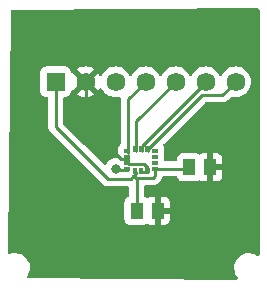
<source format=gtl>
G04 #@! TF.GenerationSoftware,KiCad,Pcbnew,7.0.10*
G04 #@! TF.CreationDate,2024-03-13T20:42:49-05:00*
G04 #@! TF.ProjectId,445_Left_Forearm,3434355f-4c65-4667-945f-466f72656172,rev?*
G04 #@! TF.SameCoordinates,Original*
G04 #@! TF.FileFunction,Copper,L1,Top*
G04 #@! TF.FilePolarity,Positive*
%FSLAX46Y46*%
G04 Gerber Fmt 4.6, Leading zero omitted, Abs format (unit mm)*
G04 Created by KiCad (PCBNEW 7.0.10) date 2024-03-13 20:42:49*
%MOMM*%
%LPD*%
G01*
G04 APERTURE LIST*
G04 #@! TA.AperFunction,SMDPad,CuDef*
%ADD10R,1.050000X1.380000*%
G04 #@! TD*
G04 #@! TA.AperFunction,ComponentPad*
%ADD11R,1.590000X1.590000*%
G04 #@! TD*
G04 #@! TA.AperFunction,ComponentPad*
%ADD12C,1.590000*%
G04 #@! TD*
G04 #@! TA.AperFunction,SMDPad,CuDef*
%ADD13R,0.600000X0.350000*%
G04 #@! TD*
G04 #@! TA.AperFunction,SMDPad,CuDef*
%ADD14R,0.350000X0.600000*%
G04 #@! TD*
G04 #@! TA.AperFunction,ViaPad*
%ADD15C,0.800000*%
G04 #@! TD*
G04 #@! TA.AperFunction,Conductor*
%ADD16C,0.250000*%
G04 #@! TD*
G04 APERTURE END LIST*
D10*
X149861000Y-94488000D03*
X148081000Y-94488000D03*
D11*
X141224000Y-83566000D03*
D12*
X143764000Y-83566000D03*
X146304000Y-83566000D03*
X148844000Y-83566000D03*
X151384000Y-83566000D03*
X153924000Y-83566000D03*
X156464000Y-83566000D03*
D10*
X152526000Y-90805000D03*
X154306000Y-90805000D03*
D13*
X147303000Y-89420000D03*
X147303000Y-89920000D03*
X147303000Y-90420000D03*
X147303000Y-90920000D03*
D14*
X147963000Y-91080000D03*
X148463000Y-91080000D03*
X148963000Y-91080000D03*
D13*
X149623000Y-90920000D03*
X149623000Y-90420000D03*
X149623000Y-89920000D03*
X149623000Y-89420000D03*
D14*
X148963000Y-89260000D03*
X148463000Y-89260000D03*
X147963000Y-89260000D03*
D15*
X146304000Y-90932000D03*
D16*
X147963000Y-91694000D02*
X147974000Y-91705000D01*
X149623000Y-90920000D02*
X152411000Y-90920000D01*
X149623000Y-91545000D02*
X149623000Y-90920000D01*
X147818750Y-91557750D02*
X148023500Y-91353000D01*
X141224000Y-87376000D02*
X145626000Y-91778000D01*
X149463000Y-91705000D02*
X149623000Y-91545000D01*
X147963000Y-91080000D02*
X147963000Y-91694000D01*
X152411000Y-90920000D02*
X152526000Y-90805000D01*
X148023500Y-91353000D02*
X148023500Y-91228000D01*
X147598500Y-91778000D02*
X147818750Y-91557750D01*
X147974000Y-91705000D02*
X149463000Y-91705000D01*
X148081000Y-91820000D02*
X148081000Y-94488000D01*
X141224000Y-83566000D02*
X141224000Y-87376000D01*
X145626000Y-91778000D02*
X147598500Y-91778000D01*
X147818750Y-91557750D02*
X148081000Y-91820000D01*
X146738500Y-90068000D02*
X147363500Y-90068000D01*
X149023500Y-90857500D02*
X149023500Y-91228000D01*
X147363500Y-90068000D02*
X147363500Y-90568000D01*
X143764000Y-83566000D02*
X143764000Y-87093500D01*
X148734000Y-90568000D02*
X149023500Y-90857500D01*
X143764000Y-87093500D02*
X146738500Y-90068000D01*
X147363500Y-90568000D02*
X148734000Y-90568000D01*
X149023500Y-91228000D02*
X148523500Y-91228000D01*
X146304000Y-90932000D02*
X146440000Y-91068000D01*
X146440000Y-91068000D02*
X147363500Y-91068000D01*
X147363500Y-85046500D02*
X147363500Y-89568000D01*
X148844000Y-83566000D02*
X147363500Y-85046500D01*
X148023500Y-86926500D02*
X148023500Y-89408000D01*
X151384000Y-83566000D02*
X148023500Y-86926500D01*
X148523500Y-88966500D02*
X148523500Y-89408000D01*
X153924000Y-83566000D02*
X148523500Y-88966500D01*
X153620500Y-84686000D02*
X149023500Y-89283000D01*
X155344000Y-84686000D02*
X153620500Y-84686000D01*
X156464000Y-83566000D02*
X155344000Y-84686000D01*
X149023500Y-89283000D02*
X149023500Y-89408000D01*
G04 #@! TA.AperFunction,Conductor*
G36*
X144839435Y-84287882D02*
G01*
X144889786Y-84215973D01*
X144921341Y-84148304D01*
X144967513Y-84095865D01*
X145034707Y-84076712D01*
X145101588Y-84096927D01*
X145146106Y-84148304D01*
X145177776Y-84216221D01*
X145177780Y-84216229D01*
X145307794Y-84401908D01*
X145307799Y-84401914D01*
X145468085Y-84562200D01*
X145468091Y-84562205D01*
X145653770Y-84692219D01*
X145653772Y-84692220D01*
X145653775Y-84692222D01*
X145777375Y-84749857D01*
X145859213Y-84788019D01*
X145859215Y-84788019D01*
X145859220Y-84788022D01*
X145859225Y-84788023D01*
X145859227Y-84788024D01*
X145911924Y-84802144D01*
X146078179Y-84846692D01*
X146254394Y-84862109D01*
X146303999Y-84866449D01*
X146304000Y-84866449D01*
X146304001Y-84866449D01*
X146353606Y-84862109D01*
X146529821Y-84846692D01*
X146582845Y-84832484D01*
X146652693Y-84834147D01*
X146710555Y-84873309D01*
X146738060Y-84937537D01*
X146737987Y-84959680D01*
X146738000Y-84959680D01*
X146738000Y-84987516D01*
X146736473Y-85006915D01*
X146733340Y-85026694D01*
X146733340Y-85026695D01*
X146737450Y-85070174D01*
X146738000Y-85081843D01*
X146738000Y-88756104D01*
X146718315Y-88823143D01*
X146688312Y-88855370D01*
X146645452Y-88887455D01*
X146559206Y-89002664D01*
X146559202Y-89002671D01*
X146508910Y-89137513D01*
X146508909Y-89137517D01*
X146502500Y-89197127D01*
X146502500Y-89197134D01*
X146502500Y-89197135D01*
X146502500Y-89642868D01*
X146502501Y-89642881D01*
X146504244Y-89659092D01*
X146504244Y-89685594D01*
X146503000Y-89697162D01*
X146503000Y-89745000D01*
X146518639Y-89760639D01*
X146547140Y-89804987D01*
X146559202Y-89837328D01*
X146559205Y-89837333D01*
X146564650Y-89844607D01*
X146589065Y-89910072D01*
X146574212Y-89978344D01*
X146524805Y-90027749D01*
X146456532Y-90042599D01*
X146439601Y-90040205D01*
X146398646Y-90031500D01*
X146209354Y-90031500D01*
X146176897Y-90038398D01*
X146024197Y-90070855D01*
X146024192Y-90070857D01*
X145851270Y-90147848D01*
X145851265Y-90147851D01*
X145698129Y-90259111D01*
X145571465Y-90399785D01*
X145491547Y-90538208D01*
X145440980Y-90586424D01*
X145372373Y-90599646D01*
X145307508Y-90573678D01*
X145296479Y-90563889D01*
X143633248Y-88900658D01*
X141885819Y-87153228D01*
X141852334Y-87091905D01*
X141849500Y-87065547D01*
X141849500Y-84985499D01*
X141869185Y-84918460D01*
X141921989Y-84872705D01*
X141973500Y-84861499D01*
X142066871Y-84861499D01*
X142066872Y-84861499D01*
X142126483Y-84855091D01*
X142261331Y-84804796D01*
X142376546Y-84718546D01*
X142462796Y-84603331D01*
X142513091Y-84468483D01*
X142519500Y-84408873D01*
X142519499Y-84408441D01*
X142519527Y-84408347D01*
X142519678Y-84405547D01*
X142520338Y-84405582D01*
X142539166Y-84341400D01*
X142591958Y-84295631D01*
X142654308Y-84284884D01*
X142688564Y-84287881D01*
X143254982Y-83721463D01*
X143259906Y-83745155D01*
X143326935Y-83874514D01*
X143426379Y-83980992D01*
X143550862Y-84056692D01*
X143610227Y-84073325D01*
X143042116Y-84641435D01*
X143042116Y-84641436D01*
X143114025Y-84691786D01*
X143114027Y-84691787D01*
X143319390Y-84787549D01*
X143319399Y-84787553D01*
X143538261Y-84846196D01*
X143538272Y-84846198D01*
X143763998Y-84865947D01*
X143764002Y-84865947D01*
X143989727Y-84846198D01*
X143989738Y-84846196D01*
X144208600Y-84787553D01*
X144208609Y-84787549D01*
X144413971Y-84691788D01*
X144485882Y-84641435D01*
X143920366Y-84075918D01*
X144041969Y-84023100D01*
X144154985Y-83931154D01*
X144239003Y-83812127D01*
X144271694Y-83720141D01*
X144839435Y-84287882D01*
G37*
G04 #@! TD.AperFunction*
G04 #@! TA.AperFunction,Conductor*
G36*
X158438410Y-77363032D02*
G01*
X158484482Y-77415559D01*
X158496000Y-77467749D01*
X158496000Y-98169922D01*
X158476315Y-98236961D01*
X158423511Y-98282716D01*
X158354353Y-98292660D01*
X158308401Y-98276370D01*
X158151768Y-98182787D01*
X158151766Y-98182786D01*
X158151764Y-98182785D01*
X158035867Y-98139288D01*
X157941023Y-98103692D01*
X157719550Y-98063500D01*
X157719547Y-98063500D01*
X157550845Y-98063500D01*
X157512399Y-98066960D01*
X157382813Y-98078622D01*
X157382807Y-98078623D01*
X157165839Y-98138503D01*
X157165826Y-98138508D01*
X156963033Y-98236167D01*
X156963025Y-98236171D01*
X156780927Y-98368473D01*
X156780925Y-98368474D01*
X156625366Y-98531176D01*
X156501363Y-98719033D01*
X156412899Y-98926004D01*
X156412895Y-98926017D01*
X156362810Y-99145457D01*
X156362808Y-99145468D01*
X156355235Y-99314105D01*
X156352710Y-99370330D01*
X156382925Y-99593387D01*
X156382926Y-99593390D01*
X156452483Y-99807465D01*
X156559146Y-100005678D01*
X156559148Y-100005681D01*
X156648007Y-100117106D01*
X156674415Y-100181793D01*
X156661660Y-100250488D01*
X156613789Y-100301382D01*
X156550322Y-100318417D01*
X138929286Y-100213530D01*
X138862365Y-100193447D01*
X138816925Y-100140371D01*
X138807393Y-100071155D01*
X138826535Y-100021224D01*
X138900635Y-99908968D01*
X138989103Y-99701988D01*
X139039191Y-99482537D01*
X139049290Y-99257670D01*
X139019075Y-99034613D01*
X138949517Y-98820536D01*
X138842852Y-98622319D01*
X138702508Y-98446334D01*
X138532996Y-98298235D01*
X138339764Y-98182785D01*
X138223867Y-98139288D01*
X138129023Y-98103692D01*
X137907550Y-98063500D01*
X137907547Y-98063500D01*
X137738845Y-98063500D01*
X137700399Y-98066960D01*
X137570813Y-98078622D01*
X137570807Y-98078623D01*
X137353823Y-98138508D01*
X137351927Y-98139220D01*
X137350997Y-98139288D01*
X137348462Y-98139988D01*
X137348323Y-98139484D01*
X137282246Y-98144343D01*
X137220856Y-98110980D01*
X137187249Y-98049724D01*
X137184371Y-98021745D01*
X137336470Y-84408870D01*
X139928500Y-84408870D01*
X139928501Y-84408876D01*
X139934908Y-84468483D01*
X139985202Y-84603328D01*
X139985206Y-84603335D01*
X140071452Y-84718544D01*
X140071455Y-84718547D01*
X140186664Y-84804793D01*
X140186671Y-84804797D01*
X140202517Y-84810707D01*
X140321517Y-84855091D01*
X140381127Y-84861500D01*
X140474500Y-84861499D01*
X140541538Y-84881183D01*
X140587294Y-84933986D01*
X140598500Y-84985499D01*
X140598500Y-87293255D01*
X140596775Y-87308872D01*
X140597061Y-87308899D01*
X140596326Y-87316665D01*
X140598439Y-87383872D01*
X140598500Y-87387767D01*
X140598500Y-87415357D01*
X140599003Y-87419335D01*
X140599918Y-87430967D01*
X140601290Y-87474624D01*
X140601291Y-87474627D01*
X140606880Y-87493867D01*
X140610824Y-87512911D01*
X140613336Y-87532792D01*
X140629414Y-87573403D01*
X140633197Y-87584452D01*
X140645381Y-87626388D01*
X140655580Y-87643634D01*
X140664138Y-87661103D01*
X140671514Y-87679732D01*
X140697181Y-87715060D01*
X140703593Y-87724821D01*
X140725828Y-87762417D01*
X140725833Y-87762424D01*
X140739990Y-87776580D01*
X140752628Y-87791376D01*
X140764405Y-87807586D01*
X140764406Y-87807587D01*
X140798057Y-87835425D01*
X140806698Y-87843288D01*
X145125197Y-92161788D01*
X145135022Y-92174051D01*
X145135243Y-92173869D01*
X145140211Y-92179874D01*
X145140213Y-92179876D01*
X145140214Y-92179877D01*
X145189222Y-92225899D01*
X145192021Y-92228612D01*
X145211522Y-92248114D01*
X145211526Y-92248117D01*
X145211529Y-92248120D01*
X145214702Y-92250581D01*
X145223574Y-92258159D01*
X145255418Y-92288062D01*
X145272976Y-92297714D01*
X145289235Y-92308395D01*
X145305064Y-92320673D01*
X145345155Y-92338021D01*
X145355626Y-92343151D01*
X145378180Y-92355550D01*
X145393902Y-92364194D01*
X145393904Y-92364195D01*
X145393908Y-92364197D01*
X145413316Y-92369180D01*
X145431719Y-92375481D01*
X145450101Y-92383436D01*
X145450102Y-92383436D01*
X145450104Y-92383437D01*
X145493250Y-92390270D01*
X145504672Y-92392636D01*
X145546981Y-92403500D01*
X145567016Y-92403500D01*
X145586414Y-92405026D01*
X145606194Y-92408159D01*
X145606195Y-92408160D01*
X145606195Y-92408159D01*
X145606196Y-92408160D01*
X145649675Y-92404050D01*
X145661344Y-92403500D01*
X147331500Y-92403500D01*
X147398539Y-92423185D01*
X147444294Y-92475989D01*
X147455500Y-92527500D01*
X147455500Y-93215209D01*
X147435815Y-93282248D01*
X147383011Y-93328003D01*
X147374833Y-93331391D01*
X147313671Y-93354202D01*
X147313664Y-93354206D01*
X147198455Y-93440452D01*
X147198452Y-93440455D01*
X147112206Y-93555664D01*
X147112202Y-93555671D01*
X147061908Y-93690517D01*
X147055501Y-93750116D01*
X147055500Y-93750135D01*
X147055500Y-95225870D01*
X147055501Y-95225876D01*
X147061908Y-95285483D01*
X147112202Y-95420328D01*
X147112206Y-95420335D01*
X147198452Y-95535544D01*
X147198455Y-95535547D01*
X147313664Y-95621793D01*
X147313671Y-95621797D01*
X147448517Y-95672091D01*
X147448516Y-95672091D01*
X147455444Y-95672835D01*
X147508127Y-95678500D01*
X148653872Y-95678499D01*
X148713483Y-95672091D01*
X148848331Y-95621796D01*
X148897107Y-95585282D01*
X148962569Y-95560865D01*
X149030842Y-95575716D01*
X149045729Y-95585283D01*
X149093910Y-95621352D01*
X149093913Y-95621354D01*
X149228620Y-95671596D01*
X149228627Y-95671598D01*
X149288155Y-95677999D01*
X149288172Y-95678000D01*
X149611000Y-95678000D01*
X149611000Y-94738000D01*
X150111000Y-94738000D01*
X150111000Y-95678000D01*
X150433828Y-95678000D01*
X150433844Y-95677999D01*
X150493372Y-95671598D01*
X150493379Y-95671596D01*
X150628086Y-95621354D01*
X150628093Y-95621350D01*
X150743187Y-95535190D01*
X150743190Y-95535187D01*
X150829350Y-95420093D01*
X150829354Y-95420086D01*
X150879596Y-95285379D01*
X150879598Y-95285372D01*
X150885999Y-95225844D01*
X150886000Y-95225827D01*
X150886000Y-94738000D01*
X150111000Y-94738000D01*
X149611000Y-94738000D01*
X149611000Y-93298000D01*
X150111000Y-93298000D01*
X150111000Y-94238000D01*
X150886000Y-94238000D01*
X150886000Y-93750172D01*
X150885999Y-93750155D01*
X150879598Y-93690627D01*
X150879596Y-93690620D01*
X150829354Y-93555913D01*
X150829350Y-93555906D01*
X150743190Y-93440812D01*
X150743187Y-93440809D01*
X150628093Y-93354649D01*
X150628086Y-93354645D01*
X150493379Y-93304403D01*
X150493372Y-93304401D01*
X150433844Y-93298000D01*
X150111000Y-93298000D01*
X149611000Y-93298000D01*
X149288155Y-93298000D01*
X149228627Y-93304401D01*
X149228620Y-93304403D01*
X149093913Y-93354645D01*
X149093906Y-93354649D01*
X149045726Y-93390717D01*
X148980262Y-93415134D01*
X148911989Y-93400282D01*
X148897106Y-93390717D01*
X148848331Y-93354204D01*
X148848328Y-93354202D01*
X148787167Y-93331391D01*
X148731233Y-93289520D01*
X148706816Y-93224056D01*
X148706500Y-93215209D01*
X148706500Y-92454500D01*
X148726185Y-92387461D01*
X148778989Y-92341706D01*
X148830500Y-92330500D01*
X149380257Y-92330500D01*
X149395877Y-92332224D01*
X149395904Y-92331939D01*
X149403660Y-92332671D01*
X149403667Y-92332673D01*
X149470873Y-92330561D01*
X149474768Y-92330500D01*
X149502346Y-92330500D01*
X149502350Y-92330500D01*
X149506324Y-92329997D01*
X149517963Y-92329080D01*
X149561627Y-92327709D01*
X149580869Y-92322117D01*
X149599912Y-92318174D01*
X149619792Y-92315664D01*
X149660401Y-92299585D01*
X149671444Y-92295803D01*
X149713390Y-92283618D01*
X149730629Y-92273422D01*
X149748103Y-92264862D01*
X149766727Y-92257488D01*
X149766727Y-92257487D01*
X149766732Y-92257486D01*
X149802083Y-92231800D01*
X149811814Y-92225408D01*
X149849420Y-92203170D01*
X149863589Y-92188999D01*
X149878379Y-92176368D01*
X149894587Y-92164594D01*
X149922432Y-92130932D01*
X149930273Y-92122315D01*
X150006791Y-92045798D01*
X150019050Y-92035979D01*
X150018867Y-92035758D01*
X150024874Y-92030788D01*
X150024874Y-92030787D01*
X150024877Y-92030786D01*
X150070935Y-91981738D01*
X150073583Y-91979006D01*
X150093120Y-91959471D01*
X150095576Y-91956303D01*
X150103156Y-91947427D01*
X150133062Y-91915582D01*
X150142713Y-91898024D01*
X150153396Y-91881761D01*
X150165673Y-91865936D01*
X150183021Y-91825844D01*
X150188151Y-91815371D01*
X150209197Y-91777092D01*
X150214180Y-91757680D01*
X150220481Y-91739280D01*
X150228437Y-91720896D01*
X150235270Y-91677748D01*
X150237632Y-91666342D01*
X150244741Y-91638658D01*
X150280480Y-91578623D01*
X150343004Y-91547438D01*
X150364844Y-91545500D01*
X151399560Y-91545500D01*
X151466599Y-91565185D01*
X151512354Y-91617989D01*
X151515742Y-91626167D01*
X151557202Y-91737328D01*
X151557206Y-91737335D01*
X151643452Y-91852544D01*
X151643455Y-91852547D01*
X151758664Y-91938793D01*
X151758671Y-91938797D01*
X151893517Y-91989091D01*
X151893516Y-91989091D01*
X151900444Y-91989835D01*
X151953127Y-91995500D01*
X153098872Y-91995499D01*
X153158483Y-91989091D01*
X153293331Y-91938796D01*
X153342107Y-91902282D01*
X153407569Y-91877865D01*
X153475842Y-91892716D01*
X153490729Y-91902283D01*
X153538910Y-91938352D01*
X153538913Y-91938354D01*
X153673620Y-91988596D01*
X153673627Y-91988598D01*
X153733155Y-91994999D01*
X153733172Y-91995000D01*
X154056000Y-91995000D01*
X154056000Y-91055000D01*
X154556000Y-91055000D01*
X154556000Y-91995000D01*
X154878828Y-91995000D01*
X154878844Y-91994999D01*
X154938372Y-91988598D01*
X154938379Y-91988596D01*
X155073086Y-91938354D01*
X155073093Y-91938350D01*
X155188187Y-91852190D01*
X155188190Y-91852187D01*
X155274350Y-91737093D01*
X155274354Y-91737086D01*
X155324596Y-91602379D01*
X155324598Y-91602372D01*
X155330999Y-91542844D01*
X155331000Y-91542827D01*
X155331000Y-91055000D01*
X154556000Y-91055000D01*
X154056000Y-91055000D01*
X154056000Y-89615000D01*
X154556000Y-89615000D01*
X154556000Y-90555000D01*
X155331000Y-90555000D01*
X155331000Y-90067172D01*
X155330999Y-90067155D01*
X155324598Y-90007627D01*
X155324596Y-90007620D01*
X155274354Y-89872913D01*
X155274350Y-89872906D01*
X155188190Y-89757812D01*
X155188187Y-89757809D01*
X155073093Y-89671649D01*
X155073086Y-89671645D01*
X154938379Y-89621403D01*
X154938372Y-89621401D01*
X154878844Y-89615000D01*
X154556000Y-89615000D01*
X154056000Y-89615000D01*
X153733155Y-89615000D01*
X153673627Y-89621401D01*
X153673620Y-89621403D01*
X153538913Y-89671645D01*
X153538906Y-89671649D01*
X153490726Y-89707717D01*
X153425262Y-89732134D01*
X153356989Y-89717282D01*
X153342106Y-89707717D01*
X153293331Y-89671204D01*
X153293328Y-89671202D01*
X153158482Y-89620908D01*
X153158483Y-89620908D01*
X153098883Y-89614501D01*
X153098881Y-89614500D01*
X153098873Y-89614500D01*
X153098864Y-89614500D01*
X151953129Y-89614500D01*
X151953123Y-89614501D01*
X151893516Y-89620908D01*
X151758671Y-89671202D01*
X151758664Y-89671206D01*
X151643455Y-89757452D01*
X151643452Y-89757455D01*
X151557206Y-89872664D01*
X151557202Y-89872671D01*
X151506908Y-90007517D01*
X151500501Y-90067116D01*
X151500500Y-90067135D01*
X151500500Y-90170500D01*
X151480815Y-90237539D01*
X151428011Y-90283294D01*
X151376500Y-90294500D01*
X150545351Y-90294500D01*
X150478312Y-90274815D01*
X150432557Y-90222011D01*
X150422068Y-90183815D01*
X150422014Y-90183315D01*
X150422008Y-90156749D01*
X150423500Y-90142873D01*
X150423499Y-89697128D01*
X150422008Y-89683258D01*
X150422008Y-89656749D01*
X150423500Y-89642873D01*
X150423499Y-89197128D01*
X150417091Y-89137517D01*
X150366796Y-89002669D01*
X150354821Y-88986673D01*
X150330404Y-88921210D01*
X150345255Y-88852937D01*
X150366403Y-88824685D01*
X153843271Y-85347819D01*
X153904594Y-85314334D01*
X153930952Y-85311500D01*
X155261257Y-85311500D01*
X155276877Y-85313224D01*
X155276904Y-85312939D01*
X155284660Y-85313671D01*
X155284667Y-85313673D01*
X155351873Y-85311561D01*
X155355768Y-85311500D01*
X155383346Y-85311500D01*
X155383350Y-85311500D01*
X155387324Y-85310997D01*
X155398963Y-85310080D01*
X155442627Y-85308709D01*
X155461869Y-85303117D01*
X155480912Y-85299174D01*
X155500792Y-85296664D01*
X155541401Y-85280585D01*
X155552444Y-85276803D01*
X155594390Y-85264618D01*
X155611629Y-85254422D01*
X155629103Y-85245862D01*
X155647727Y-85238488D01*
X155647727Y-85238487D01*
X155647732Y-85238486D01*
X155683083Y-85212800D01*
X155692814Y-85206408D01*
X155730420Y-85184170D01*
X155744589Y-85169999D01*
X155759379Y-85157368D01*
X155775587Y-85145594D01*
X155803438Y-85111926D01*
X155811279Y-85103309D01*
X156053260Y-84861328D01*
X156114581Y-84827845D01*
X156173032Y-84829236D01*
X156185154Y-84832484D01*
X156238179Y-84846692D01*
X156414394Y-84862109D01*
X156463999Y-84866449D01*
X156464000Y-84866449D01*
X156464001Y-84866449D01*
X156513606Y-84862109D01*
X156689821Y-84846692D01*
X156908780Y-84788022D01*
X157114225Y-84692222D01*
X157299913Y-84562202D01*
X157460202Y-84401913D01*
X157590222Y-84216225D01*
X157686022Y-84010780D01*
X157744692Y-83791821D01*
X157764449Y-83566000D01*
X157744692Y-83340179D01*
X157686022Y-83121220D01*
X157590222Y-82915776D01*
X157460202Y-82730087D01*
X157299913Y-82569798D01*
X157299909Y-82569795D01*
X157299908Y-82569794D01*
X157114229Y-82439780D01*
X157114221Y-82439776D01*
X156908786Y-82343980D01*
X156908772Y-82343975D01*
X156689826Y-82285309D01*
X156689816Y-82285307D01*
X156464001Y-82265551D01*
X156463999Y-82265551D01*
X156238183Y-82285307D01*
X156238173Y-82285309D01*
X156019227Y-82343975D01*
X156019220Y-82343977D01*
X156019220Y-82343978D01*
X156018208Y-82344450D01*
X155813777Y-82439777D01*
X155813775Y-82439778D01*
X155628084Y-82569799D01*
X155467799Y-82730084D01*
X155337778Y-82915775D01*
X155337777Y-82915777D01*
X155306382Y-82983105D01*
X155260209Y-83035544D01*
X155193016Y-83054696D01*
X155126135Y-83034480D01*
X155081618Y-82983105D01*
X155050222Y-82915777D01*
X155050221Y-82915775D01*
X155050220Y-82915774D01*
X154920202Y-82730087D01*
X154759913Y-82569798D01*
X154759909Y-82569795D01*
X154759908Y-82569794D01*
X154574229Y-82439780D01*
X154574221Y-82439776D01*
X154368786Y-82343980D01*
X154368772Y-82343975D01*
X154149826Y-82285309D01*
X154149816Y-82285307D01*
X153924001Y-82265551D01*
X153923999Y-82265551D01*
X153698183Y-82285307D01*
X153698173Y-82285309D01*
X153479227Y-82343975D01*
X153479220Y-82343977D01*
X153479220Y-82343978D01*
X153478208Y-82344450D01*
X153273777Y-82439777D01*
X153273775Y-82439778D01*
X153088084Y-82569799D01*
X152927799Y-82730084D01*
X152797778Y-82915775D01*
X152797777Y-82915777D01*
X152766382Y-82983105D01*
X152720209Y-83035544D01*
X152653016Y-83054696D01*
X152586135Y-83034480D01*
X152541618Y-82983105D01*
X152510222Y-82915777D01*
X152510221Y-82915775D01*
X152510220Y-82915774D01*
X152380202Y-82730087D01*
X152219913Y-82569798D01*
X152219909Y-82569795D01*
X152219908Y-82569794D01*
X152034229Y-82439780D01*
X152034221Y-82439776D01*
X151828786Y-82343980D01*
X151828772Y-82343975D01*
X151609826Y-82285309D01*
X151609816Y-82285307D01*
X151384001Y-82265551D01*
X151383999Y-82265551D01*
X151158183Y-82285307D01*
X151158173Y-82285309D01*
X150939227Y-82343975D01*
X150939220Y-82343977D01*
X150939220Y-82343978D01*
X150938208Y-82344450D01*
X150733777Y-82439777D01*
X150733775Y-82439778D01*
X150548084Y-82569799D01*
X150387799Y-82730084D01*
X150257778Y-82915775D01*
X150257777Y-82915777D01*
X150226382Y-82983105D01*
X150180209Y-83035544D01*
X150113016Y-83054696D01*
X150046135Y-83034480D01*
X150001618Y-82983105D01*
X149970222Y-82915777D01*
X149970221Y-82915775D01*
X149970220Y-82915774D01*
X149840202Y-82730087D01*
X149679913Y-82569798D01*
X149679909Y-82569795D01*
X149679908Y-82569794D01*
X149494229Y-82439780D01*
X149494221Y-82439776D01*
X149288786Y-82343980D01*
X149288772Y-82343975D01*
X149069826Y-82285309D01*
X149069816Y-82285307D01*
X148844001Y-82265551D01*
X148843999Y-82265551D01*
X148618183Y-82285307D01*
X148618173Y-82285309D01*
X148399227Y-82343975D01*
X148399220Y-82343977D01*
X148399220Y-82343978D01*
X148398208Y-82344450D01*
X148193777Y-82439777D01*
X148193775Y-82439778D01*
X148008084Y-82569799D01*
X147847799Y-82730084D01*
X147717778Y-82915775D01*
X147717777Y-82915777D01*
X147686382Y-82983105D01*
X147640209Y-83035544D01*
X147573016Y-83054696D01*
X147506135Y-83034480D01*
X147461618Y-82983105D01*
X147430222Y-82915777D01*
X147430221Y-82915775D01*
X147430220Y-82915774D01*
X147300202Y-82730087D01*
X147139913Y-82569798D01*
X147139909Y-82569795D01*
X147139908Y-82569794D01*
X146954229Y-82439780D01*
X146954221Y-82439776D01*
X146748786Y-82343980D01*
X146748772Y-82343975D01*
X146529826Y-82285309D01*
X146529816Y-82285307D01*
X146304001Y-82265551D01*
X146303999Y-82265551D01*
X146078183Y-82285307D01*
X146078173Y-82285309D01*
X145859227Y-82343975D01*
X145859220Y-82343977D01*
X145859220Y-82343978D01*
X145858208Y-82344450D01*
X145653777Y-82439777D01*
X145653775Y-82439778D01*
X145468084Y-82569799D01*
X145307799Y-82730084D01*
X145177779Y-82915774D01*
X145146106Y-82983697D01*
X145099933Y-83036136D01*
X145032739Y-83055287D01*
X144965858Y-83035071D01*
X144921342Y-82983696D01*
X144889787Y-82916027D01*
X144889785Y-82916023D01*
X144839435Y-82844117D01*
X144273016Y-83410535D01*
X144268094Y-83386845D01*
X144201065Y-83257486D01*
X144101621Y-83151008D01*
X143977138Y-83075308D01*
X143917772Y-83058674D01*
X144485882Y-82490564D01*
X144485881Y-82490563D01*
X144413974Y-82440213D01*
X144413972Y-82440212D01*
X144208609Y-82344450D01*
X144208600Y-82344446D01*
X143989738Y-82285803D01*
X143989727Y-82285801D01*
X143764002Y-82266053D01*
X143763998Y-82266053D01*
X143538272Y-82285801D01*
X143538261Y-82285803D01*
X143319399Y-82344446D01*
X143319390Y-82344450D01*
X143114027Y-82440212D01*
X143114025Y-82440213D01*
X143042117Y-82490563D01*
X143042117Y-82490564D01*
X143607634Y-83056080D01*
X143486031Y-83108900D01*
X143373015Y-83200846D01*
X143288997Y-83319873D01*
X143256305Y-83411858D01*
X142688563Y-82844116D01*
X142654305Y-82847114D01*
X142585805Y-82833347D01*
X142535623Y-82784731D01*
X142520242Y-82726405D01*
X142519900Y-82726423D01*
X142519854Y-82726429D01*
X142519853Y-82726426D01*
X142519676Y-82726436D01*
X142519529Y-82723702D01*
X142519499Y-82723586D01*
X142519499Y-82723129D01*
X142519498Y-82723123D01*
X142519497Y-82723116D01*
X142513091Y-82663517D01*
X142478136Y-82569799D01*
X142462797Y-82528671D01*
X142462793Y-82528664D01*
X142376547Y-82413455D01*
X142376544Y-82413452D01*
X142261335Y-82327206D01*
X142261328Y-82327202D01*
X142126482Y-82276908D01*
X142126483Y-82276908D01*
X142066883Y-82270501D01*
X142066881Y-82270500D01*
X142066873Y-82270500D01*
X142066864Y-82270500D01*
X140381129Y-82270500D01*
X140381123Y-82270501D01*
X140321516Y-82276908D01*
X140186671Y-82327202D01*
X140186664Y-82327206D01*
X140071455Y-82413452D01*
X140071452Y-82413455D01*
X139985206Y-82528664D01*
X139985202Y-82528671D01*
X139934908Y-82663517D01*
X139928501Y-82723116D01*
X139928501Y-82723123D01*
X139928500Y-82723135D01*
X139928500Y-84408870D01*
X137336470Y-84408870D01*
X137412638Y-77591877D01*
X137433070Y-77525062D01*
X137486382Y-77479900D01*
X137535879Y-77469265D01*
X158371254Y-77343751D01*
X158438410Y-77363032D01*
G37*
G04 #@! TD.AperFunction*
M02*

</source>
